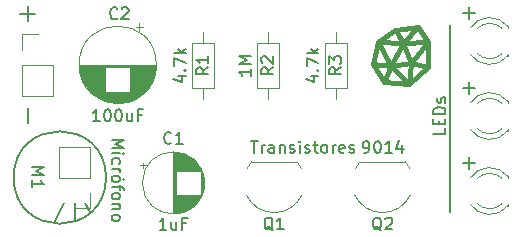
<source format=gbr>
G04 #@! TF.GenerationSoftware,KiCad,Pcbnew,(5.0.2)-1*
G04 #@! TF.CreationDate,2019-04-22T20:12:10-05:00*
G04 #@! TF.ProjectId,luz_audioritmica,6c757a5f-6175-4646-996f-7269746d6963,rev?*
G04 #@! TF.SameCoordinates,PX70bf868PY6c4a2b0*
G04 #@! TF.FileFunction,Legend,Top*
G04 #@! TF.FilePolarity,Positive*
%FSLAX46Y46*%
G04 Gerber Fmt 4.6, Leading zero omitted, Abs format (unit mm)*
G04 Created by KiCad (PCBNEW (5.0.2)-1) date 4/22/2019 8:12:10 PM*
%MOMM*%
%LPD*%
G01*
G04 APERTURE LIST*
%ADD10C,0.200000*%
%ADD11C,0.400000*%
%ADD12C,0.120000*%
%ADD13C,0.150000*%
G04 APERTURE END LIST*
D10*
X39752000Y6731000D02*
X39752000Y5715000D01*
X39244000Y6223000D02*
X40260000Y6223000D01*
X39752000Y13081000D02*
X39752000Y12065000D01*
X39244000Y12573000D02*
X40260000Y12573000D01*
X39244000Y18923000D02*
X40260000Y18923000D01*
X39763000Y19417600D02*
X39763000Y18401600D01*
X38212000Y17907000D02*
X38212000Y2032000D01*
D11*
X31669117Y14601607D02*
X33146563Y14435627D01*
X34910888Y14682326D02*
X36349674Y16456686D01*
X32070146Y16429000D02*
X34187768Y16340402D01*
X32070165Y16429014D02*
X33557244Y17476813D01*
X34221787Y16342195D02*
X35452570Y17729913D01*
X34660158Y12858105D02*
X34910887Y14682323D01*
X34910888Y14682326D02*
X36327378Y14350959D01*
X34187776Y16340385D02*
X34910887Y14682324D01*
X33146563Y14435627D02*
X32070141Y16428986D01*
X34187776Y16340385D02*
X36349674Y16456707D01*
X34910888Y14682323D02*
X33127487Y14436835D01*
X34187763Y16340388D02*
X33578716Y17474385D01*
X33146568Y14435614D02*
X34187763Y16340388D01*
X36349683Y16456693D02*
X36327388Y14350966D01*
X36327388Y14350966D02*
X34660173Y12858098D01*
X33146568Y14435617D02*
X34660145Y12858104D01*
X32582960Y13033291D02*
X33146568Y14435617D01*
X35452579Y17729899D02*
X36349683Y16456693D01*
X34660173Y12858098D02*
X32582938Y13033302D01*
X33578726Y17474368D02*
X35452579Y17729899D01*
X31669100Y14601607D02*
X32070165Y16429014D01*
X32582938Y13033302D02*
X31669100Y14601607D01*
D10*
X2425000Y10807000D02*
X2425000Y9537000D01*
X1790000Y18808000D02*
X3060000Y18808000D01*
X2425000Y19443000D02*
X2425000Y18173000D01*
X7271000Y2794000D02*
X7652000Y2032000D01*
X6382000Y2794000D02*
X6382000Y1397000D01*
X5493000Y2794000D02*
X4604000Y1143000D01*
X9049000Y4953000D02*
G75*
G03X9049000Y4953000I-3912342J0D01*
G01*
D12*
G04 #@! TO.C,~*
X1920000Y17090000D02*
X3250000Y17090000D01*
X1920000Y15760000D02*
X1920000Y17090000D01*
X1920000Y14490000D02*
X4580000Y14490000D01*
X4580000Y14490000D02*
X4580000Y11890000D01*
X1920000Y14490000D02*
X1920000Y11890000D01*
X1920000Y11890000D02*
X4580000Y11890000D01*
G04 #@! TO.C,C1*
X17370000Y4500000D02*
G75*
G03X17370000Y4500000I-2620000J0D01*
G01*
X14750000Y7080000D02*
X14750000Y1920000D01*
X14790000Y7080000D02*
X14790000Y1920000D01*
X14830000Y7079000D02*
X14830000Y1921000D01*
X14870000Y7078000D02*
X14870000Y1922000D01*
X14910000Y7076000D02*
X14910000Y1924000D01*
X14950000Y7073000D02*
X14950000Y1927000D01*
X14990000Y7069000D02*
X14990000Y5540000D01*
X14990000Y3460000D02*
X14990000Y1931000D01*
X15030000Y7065000D02*
X15030000Y5540000D01*
X15030000Y3460000D02*
X15030000Y1935000D01*
X15070000Y7061000D02*
X15070000Y5540000D01*
X15070000Y3460000D02*
X15070000Y1939000D01*
X15110000Y7056000D02*
X15110000Y5540000D01*
X15110000Y3460000D02*
X15110000Y1944000D01*
X15150000Y7050000D02*
X15150000Y5540000D01*
X15150000Y3460000D02*
X15150000Y1950000D01*
X15190000Y7043000D02*
X15190000Y5540000D01*
X15190000Y3460000D02*
X15190000Y1957000D01*
X15230000Y7036000D02*
X15230000Y5540000D01*
X15230000Y3460000D02*
X15230000Y1964000D01*
X15270000Y7028000D02*
X15270000Y5540000D01*
X15270000Y3460000D02*
X15270000Y1972000D01*
X15310000Y7020000D02*
X15310000Y5540000D01*
X15310000Y3460000D02*
X15310000Y1980000D01*
X15350000Y7011000D02*
X15350000Y5540000D01*
X15350000Y3460000D02*
X15350000Y1989000D01*
X15390000Y7001000D02*
X15390000Y5540000D01*
X15390000Y3460000D02*
X15390000Y1999000D01*
X15430000Y6991000D02*
X15430000Y5540000D01*
X15430000Y3460000D02*
X15430000Y2009000D01*
X15471000Y6980000D02*
X15471000Y5540000D01*
X15471000Y3460000D02*
X15471000Y2020000D01*
X15511000Y6968000D02*
X15511000Y5540000D01*
X15511000Y3460000D02*
X15511000Y2032000D01*
X15551000Y6955000D02*
X15551000Y5540000D01*
X15551000Y3460000D02*
X15551000Y2045000D01*
X15591000Y6942000D02*
X15591000Y5540000D01*
X15591000Y3460000D02*
X15591000Y2058000D01*
X15631000Y6928000D02*
X15631000Y5540000D01*
X15631000Y3460000D02*
X15631000Y2072000D01*
X15671000Y6914000D02*
X15671000Y5540000D01*
X15671000Y3460000D02*
X15671000Y2086000D01*
X15711000Y6898000D02*
X15711000Y5540000D01*
X15711000Y3460000D02*
X15711000Y2102000D01*
X15751000Y6882000D02*
X15751000Y5540000D01*
X15751000Y3460000D02*
X15751000Y2118000D01*
X15791000Y6865000D02*
X15791000Y5540000D01*
X15791000Y3460000D02*
X15791000Y2135000D01*
X15831000Y6848000D02*
X15831000Y5540000D01*
X15831000Y3460000D02*
X15831000Y2152000D01*
X15871000Y6829000D02*
X15871000Y5540000D01*
X15871000Y3460000D02*
X15871000Y2171000D01*
X15911000Y6810000D02*
X15911000Y5540000D01*
X15911000Y3460000D02*
X15911000Y2190000D01*
X15951000Y6790000D02*
X15951000Y5540000D01*
X15951000Y3460000D02*
X15951000Y2210000D01*
X15991000Y6768000D02*
X15991000Y5540000D01*
X15991000Y3460000D02*
X15991000Y2232000D01*
X16031000Y6747000D02*
X16031000Y5540000D01*
X16031000Y3460000D02*
X16031000Y2253000D01*
X16071000Y6724000D02*
X16071000Y5540000D01*
X16071000Y3460000D02*
X16071000Y2276000D01*
X16111000Y6700000D02*
X16111000Y5540000D01*
X16111000Y3460000D02*
X16111000Y2300000D01*
X16151000Y6675000D02*
X16151000Y5540000D01*
X16151000Y3460000D02*
X16151000Y2325000D01*
X16191000Y6649000D02*
X16191000Y5540000D01*
X16191000Y3460000D02*
X16191000Y2351000D01*
X16231000Y6622000D02*
X16231000Y5540000D01*
X16231000Y3460000D02*
X16231000Y2378000D01*
X16271000Y6595000D02*
X16271000Y5540000D01*
X16271000Y3460000D02*
X16271000Y2405000D01*
X16311000Y6565000D02*
X16311000Y5540000D01*
X16311000Y3460000D02*
X16311000Y2435000D01*
X16351000Y6535000D02*
X16351000Y5540000D01*
X16351000Y3460000D02*
X16351000Y2465000D01*
X16391000Y6504000D02*
X16391000Y5540000D01*
X16391000Y3460000D02*
X16391000Y2496000D01*
X16431000Y6471000D02*
X16431000Y5540000D01*
X16431000Y3460000D02*
X16431000Y2529000D01*
X16471000Y6437000D02*
X16471000Y5540000D01*
X16471000Y3460000D02*
X16471000Y2563000D01*
X16511000Y6401000D02*
X16511000Y5540000D01*
X16511000Y3460000D02*
X16511000Y2599000D01*
X16551000Y6364000D02*
X16551000Y5540000D01*
X16551000Y3460000D02*
X16551000Y2636000D01*
X16591000Y6326000D02*
X16591000Y5540000D01*
X16591000Y3460000D02*
X16591000Y2674000D01*
X16631000Y6285000D02*
X16631000Y5540000D01*
X16631000Y3460000D02*
X16631000Y2715000D01*
X16671000Y6243000D02*
X16671000Y5540000D01*
X16671000Y3460000D02*
X16671000Y2757000D01*
X16711000Y6199000D02*
X16711000Y5540000D01*
X16711000Y3460000D02*
X16711000Y2801000D01*
X16751000Y6153000D02*
X16751000Y5540000D01*
X16751000Y3460000D02*
X16751000Y2847000D01*
X16791000Y6105000D02*
X16791000Y5540000D01*
X16791000Y3460000D02*
X16791000Y2895000D01*
X16831000Y6054000D02*
X16831000Y5540000D01*
X16831000Y3460000D02*
X16831000Y2946000D01*
X16871000Y6000000D02*
X16871000Y5540000D01*
X16871000Y3460000D02*
X16871000Y3000000D01*
X16911000Y5943000D02*
X16911000Y5540000D01*
X16911000Y3460000D02*
X16911000Y3057000D01*
X16951000Y5883000D02*
X16951000Y5540000D01*
X16951000Y3460000D02*
X16951000Y3117000D01*
X16991000Y5819000D02*
X16991000Y5540000D01*
X16991000Y3460000D02*
X16991000Y3181000D01*
X17031000Y5751000D02*
X17031000Y5540000D01*
X17031000Y3460000D02*
X17031000Y3249000D01*
X17071000Y5678000D02*
X17071000Y3322000D01*
X17111000Y5598000D02*
X17111000Y3402000D01*
X17151000Y5511000D02*
X17151000Y3489000D01*
X17191000Y5415000D02*
X17191000Y3585000D01*
X17231000Y5305000D02*
X17231000Y3695000D01*
X17271000Y5177000D02*
X17271000Y3823000D01*
X17311000Y5018000D02*
X17311000Y3982000D01*
X17351000Y4784000D02*
X17351000Y4216000D01*
X11945225Y5975000D02*
X12445225Y5975000D01*
X12195225Y6225000D02*
X12195225Y5725000D01*
G04 #@! TO.C,C2*
X13315000Y14510000D02*
G75*
G03X13315000Y14510000I-3270000J0D01*
G01*
X13275000Y14510000D02*
X6815000Y14510000D01*
X13275000Y14470000D02*
X6815000Y14470000D01*
X13275000Y14430000D02*
X6815000Y14430000D01*
X13273000Y14390000D02*
X6817000Y14390000D01*
X13272000Y14350000D02*
X6818000Y14350000D01*
X13269000Y14310000D02*
X6821000Y14310000D01*
X13267000Y14270000D02*
X11085000Y14270000D01*
X9005000Y14270000D02*
X6823000Y14270000D01*
X13263000Y14230000D02*
X11085000Y14230000D01*
X9005000Y14230000D02*
X6827000Y14230000D01*
X13260000Y14190000D02*
X11085000Y14190000D01*
X9005000Y14190000D02*
X6830000Y14190000D01*
X13256000Y14150000D02*
X11085000Y14150000D01*
X9005000Y14150000D02*
X6834000Y14150000D01*
X13251000Y14110000D02*
X11085000Y14110000D01*
X9005000Y14110000D02*
X6839000Y14110000D01*
X13246000Y14070000D02*
X11085000Y14070000D01*
X9005000Y14070000D02*
X6844000Y14070000D01*
X13240000Y14030000D02*
X11085000Y14030000D01*
X9005000Y14030000D02*
X6850000Y14030000D01*
X13234000Y13990000D02*
X11085000Y13990000D01*
X9005000Y13990000D02*
X6856000Y13990000D01*
X13227000Y13950000D02*
X11085000Y13950000D01*
X9005000Y13950000D02*
X6863000Y13950000D01*
X13220000Y13910000D02*
X11085000Y13910000D01*
X9005000Y13910000D02*
X6870000Y13910000D01*
X13212000Y13870000D02*
X11085000Y13870000D01*
X9005000Y13870000D02*
X6878000Y13870000D01*
X13204000Y13830000D02*
X11085000Y13830000D01*
X9005000Y13830000D02*
X6886000Y13830000D01*
X13195000Y13789000D02*
X11085000Y13789000D01*
X9005000Y13789000D02*
X6895000Y13789000D01*
X13186000Y13749000D02*
X11085000Y13749000D01*
X9005000Y13749000D02*
X6904000Y13749000D01*
X13176000Y13709000D02*
X11085000Y13709000D01*
X9005000Y13709000D02*
X6914000Y13709000D01*
X13166000Y13669000D02*
X11085000Y13669000D01*
X9005000Y13669000D02*
X6924000Y13669000D01*
X13155000Y13629000D02*
X11085000Y13629000D01*
X9005000Y13629000D02*
X6935000Y13629000D01*
X13143000Y13589000D02*
X11085000Y13589000D01*
X9005000Y13589000D02*
X6947000Y13589000D01*
X13131000Y13549000D02*
X11085000Y13549000D01*
X9005000Y13549000D02*
X6959000Y13549000D01*
X13119000Y13509000D02*
X11085000Y13509000D01*
X9005000Y13509000D02*
X6971000Y13509000D01*
X13106000Y13469000D02*
X11085000Y13469000D01*
X9005000Y13469000D02*
X6984000Y13469000D01*
X13092000Y13429000D02*
X11085000Y13429000D01*
X9005000Y13429000D02*
X6998000Y13429000D01*
X13078000Y13389000D02*
X11085000Y13389000D01*
X9005000Y13389000D02*
X7012000Y13389000D01*
X13063000Y13349000D02*
X11085000Y13349000D01*
X9005000Y13349000D02*
X7027000Y13349000D01*
X13047000Y13309000D02*
X11085000Y13309000D01*
X9005000Y13309000D02*
X7043000Y13309000D01*
X13031000Y13269000D02*
X11085000Y13269000D01*
X9005000Y13269000D02*
X7059000Y13269000D01*
X13015000Y13229000D02*
X11085000Y13229000D01*
X9005000Y13229000D02*
X7075000Y13229000D01*
X12997000Y13189000D02*
X11085000Y13189000D01*
X9005000Y13189000D02*
X7093000Y13189000D01*
X12979000Y13149000D02*
X11085000Y13149000D01*
X9005000Y13149000D02*
X7111000Y13149000D01*
X12961000Y13109000D02*
X11085000Y13109000D01*
X9005000Y13109000D02*
X7129000Y13109000D01*
X12941000Y13069000D02*
X11085000Y13069000D01*
X9005000Y13069000D02*
X7149000Y13069000D01*
X12921000Y13029000D02*
X11085000Y13029000D01*
X9005000Y13029000D02*
X7169000Y13029000D01*
X12901000Y12989000D02*
X11085000Y12989000D01*
X9005000Y12989000D02*
X7189000Y12989000D01*
X12879000Y12949000D02*
X11085000Y12949000D01*
X9005000Y12949000D02*
X7211000Y12949000D01*
X12857000Y12909000D02*
X11085000Y12909000D01*
X9005000Y12909000D02*
X7233000Y12909000D01*
X12835000Y12869000D02*
X11085000Y12869000D01*
X9005000Y12869000D02*
X7255000Y12869000D01*
X12811000Y12829000D02*
X11085000Y12829000D01*
X9005000Y12829000D02*
X7279000Y12829000D01*
X12787000Y12789000D02*
X11085000Y12789000D01*
X9005000Y12789000D02*
X7303000Y12789000D01*
X12761000Y12749000D02*
X11085000Y12749000D01*
X9005000Y12749000D02*
X7329000Y12749000D01*
X12735000Y12709000D02*
X11085000Y12709000D01*
X9005000Y12709000D02*
X7355000Y12709000D01*
X12709000Y12669000D02*
X11085000Y12669000D01*
X9005000Y12669000D02*
X7381000Y12669000D01*
X12681000Y12629000D02*
X11085000Y12629000D01*
X9005000Y12629000D02*
X7409000Y12629000D01*
X12652000Y12589000D02*
X11085000Y12589000D01*
X9005000Y12589000D02*
X7438000Y12589000D01*
X12623000Y12549000D02*
X11085000Y12549000D01*
X9005000Y12549000D02*
X7467000Y12549000D01*
X12593000Y12509000D02*
X11085000Y12509000D01*
X9005000Y12509000D02*
X7497000Y12509000D01*
X12561000Y12469000D02*
X11085000Y12469000D01*
X9005000Y12469000D02*
X7529000Y12469000D01*
X12529000Y12429000D02*
X11085000Y12429000D01*
X9005000Y12429000D02*
X7561000Y12429000D01*
X12495000Y12389000D02*
X11085000Y12389000D01*
X9005000Y12389000D02*
X7595000Y12389000D01*
X12461000Y12349000D02*
X11085000Y12349000D01*
X9005000Y12349000D02*
X7629000Y12349000D01*
X12425000Y12309000D02*
X11085000Y12309000D01*
X9005000Y12309000D02*
X7665000Y12309000D01*
X12388000Y12269000D02*
X11085000Y12269000D01*
X9005000Y12269000D02*
X7702000Y12269000D01*
X12350000Y12229000D02*
X11085000Y12229000D01*
X9005000Y12229000D02*
X7740000Y12229000D01*
X12310000Y12189000D02*
X7780000Y12189000D01*
X12269000Y12149000D02*
X7821000Y12149000D01*
X12227000Y12109000D02*
X7863000Y12109000D01*
X12182000Y12069000D02*
X7908000Y12069000D01*
X12137000Y12029000D02*
X7953000Y12029000D01*
X12089000Y11989000D02*
X8001000Y11989000D01*
X12040000Y11949000D02*
X8050000Y11949000D01*
X11989000Y11909000D02*
X8101000Y11909000D01*
X11935000Y11869000D02*
X8155000Y11869000D01*
X11879000Y11829000D02*
X8211000Y11829000D01*
X11821000Y11789000D02*
X8269000Y11789000D01*
X11759000Y11749000D02*
X8331000Y11749000D01*
X11695000Y11709000D02*
X8395000Y11709000D01*
X11626000Y11669000D02*
X8464000Y11669000D01*
X11554000Y11629000D02*
X8536000Y11629000D01*
X11477000Y11589000D02*
X8613000Y11589000D01*
X11395000Y11549000D02*
X8695000Y11549000D01*
X11307000Y11509000D02*
X8783000Y11509000D01*
X11210000Y11469000D02*
X8880000Y11469000D01*
X11104000Y11429000D02*
X8986000Y11429000D01*
X10985000Y11389000D02*
X9105000Y11389000D01*
X10847000Y11349000D02*
X9243000Y11349000D01*
X10678000Y11309000D02*
X9412000Y11309000D01*
X10447000Y11269000D02*
X9643000Y11269000D01*
X11884000Y18010241D02*
X11884000Y17380241D01*
X12199000Y17695241D02*
X11569000Y17695241D01*
G04 #@! TO.C,~*
X39857665Y2731392D02*
G75*
G03X43090000Y2574484I1672335J1078608D01*
G01*
X39857665Y4888608D02*
G75*
G02X43090000Y5045516I1672335J-1078608D01*
G01*
X40488870Y2730163D02*
G75*
G03X42570961Y2730000I1041130J1079837D01*
G01*
X40488870Y4889837D02*
G75*
G02X42570961Y4890000I1041130J-1079837D01*
G01*
X43090000Y2574000D02*
X43090000Y2730000D01*
X43090000Y4890000D02*
X43090000Y5046000D01*
X43090000Y11240000D02*
X43090000Y11396000D01*
X43090000Y8924000D02*
X43090000Y9080000D01*
X40488870Y11239837D02*
G75*
G02X42570961Y11240000I1041130J-1079837D01*
G01*
X40488870Y9080163D02*
G75*
G03X42570961Y9080000I1041130J1079837D01*
G01*
X39857665Y11238608D02*
G75*
G02X43090000Y11395516I1672335J-1078608D01*
G01*
X39857665Y9081392D02*
G75*
G03X43090000Y8924484I1672335J1078608D01*
G01*
X39857665Y15431392D02*
G75*
G03X43090000Y15274484I1672335J1078608D01*
G01*
X39857665Y17588608D02*
G75*
G02X43090000Y17745516I1672335J-1078608D01*
G01*
X40488870Y15430163D02*
G75*
G03X42570961Y15430000I1041130J1079837D01*
G01*
X40488870Y17589837D02*
G75*
G02X42570961Y17590000I1041130J-1079837D01*
G01*
X43090000Y15274000D02*
X43090000Y15430000D01*
X43090000Y17590000D02*
X43090000Y17746000D01*
G04 #@! TO.C,M1*
X7712000Y7553000D02*
X5052000Y7553000D01*
X7712000Y4953000D02*
X7712000Y7553000D01*
X5052000Y4953000D02*
X5052000Y7553000D01*
X7712000Y4953000D02*
X5052000Y4953000D01*
X7712000Y3683000D02*
X7712000Y2353000D01*
X7712000Y2353000D02*
X6382000Y2353000D01*
G04 #@! TO.C,Q1*
X25225000Y6280000D02*
X21375000Y6280000D01*
X25607631Y5702045D02*
G75*
G03X25225000Y6280000I-2322631J-1122045D01*
G01*
X25641400Y3481193D02*
G75*
G02X23285000Y1980000I-2356400J1098807D01*
G01*
X20928600Y3481193D02*
G75*
G03X23285000Y1980000I2356400J1098807D01*
G01*
X20982617Y5692264D02*
G75*
G02X21375000Y6280000I2302383J-1112264D01*
G01*
G04 #@! TO.C,Q2*
X30157617Y5692264D02*
G75*
G02X30550000Y6280000I2302383J-1112264D01*
G01*
X30103600Y3481193D02*
G75*
G03X32460000Y1980000I2356400J1098807D01*
G01*
X34816400Y3481193D02*
G75*
G02X32460000Y1980000I-2356400J1098807D01*
G01*
X34782631Y5702045D02*
G75*
G03X34400000Y6280000I-2322631J-1122045D01*
G01*
X34400000Y6280000D02*
X30550000Y6280000D01*
G04 #@! TO.C,R1*
X18170000Y16360000D02*
X16330000Y16360000D01*
X16330000Y16360000D02*
X16330000Y12520000D01*
X16330000Y12520000D02*
X18170000Y12520000D01*
X18170000Y12520000D02*
X18170000Y16360000D01*
X17250000Y17310000D02*
X17250000Y16360000D01*
X17250000Y11570000D02*
X17250000Y12520000D01*
G04 #@! TO.C,R2*
X23670000Y16360000D02*
X21830000Y16360000D01*
X21830000Y16360000D02*
X21830000Y12520000D01*
X21830000Y12520000D02*
X23670000Y12520000D01*
X23670000Y12520000D02*
X23670000Y16360000D01*
X22750000Y17310000D02*
X22750000Y16360000D01*
X22750000Y11570000D02*
X22750000Y12520000D01*
G04 #@! TO.C,R3*
X28500000Y11570000D02*
X28500000Y12520000D01*
X28500000Y17310000D02*
X28500000Y16360000D01*
X29420000Y12520000D02*
X29420000Y16360000D01*
X27580000Y12520000D02*
X29420000Y12520000D01*
X27580000Y16360000D02*
X27580000Y12520000D01*
X29420000Y16360000D02*
X27580000Y16360000D01*
G04 #@! TO.C,~*
D13*
G04 #@! TO.C,C1*
X14583333Y7892858D02*
X14535714Y7845239D01*
X14392857Y7797620D01*
X14297619Y7797620D01*
X14154761Y7845239D01*
X14059523Y7940477D01*
X14011904Y8035715D01*
X13964285Y8226191D01*
X13964285Y8369048D01*
X14011904Y8559524D01*
X14059523Y8654762D01*
X14154761Y8750000D01*
X14297619Y8797620D01*
X14392857Y8797620D01*
X14535714Y8750000D01*
X14583333Y8702381D01*
X15535714Y7797620D02*
X14964285Y7797620D01*
X15250000Y7797620D02*
X15250000Y8797620D01*
X15154761Y8654762D01*
X15059523Y8559524D01*
X14964285Y8511905D01*
X14154761Y547620D02*
X13583333Y547620D01*
X13869047Y547620D02*
X13869047Y1547620D01*
X13773809Y1404762D01*
X13678571Y1309524D01*
X13583333Y1261905D01*
X15011904Y1214286D02*
X15011904Y547620D01*
X14583333Y1214286D02*
X14583333Y690477D01*
X14630952Y595239D01*
X14726190Y547620D01*
X14869047Y547620D01*
X14964285Y595239D01*
X15011904Y642858D01*
X15821428Y1071429D02*
X15488095Y1071429D01*
X15488095Y547620D02*
X15488095Y1547620D01*
X15964285Y1547620D01*
G04 #@! TO.C,C2*
X10005333Y18450858D02*
X9957714Y18403239D01*
X9814857Y18355620D01*
X9719619Y18355620D01*
X9576761Y18403239D01*
X9481523Y18498477D01*
X9433904Y18593715D01*
X9386285Y18784191D01*
X9386285Y18927048D01*
X9433904Y19117524D01*
X9481523Y19212762D01*
X9576761Y19308000D01*
X9719619Y19355620D01*
X9814857Y19355620D01*
X9957714Y19308000D01*
X10005333Y19260381D01*
X10386285Y19260381D02*
X10433904Y19308000D01*
X10529142Y19355620D01*
X10767238Y19355620D01*
X10862476Y19308000D01*
X10910095Y19260381D01*
X10957714Y19165143D01*
X10957714Y19069905D01*
X10910095Y18927048D01*
X10338666Y18355620D01*
X10957714Y18355620D01*
X8497380Y9719620D02*
X7925952Y9719620D01*
X8211666Y9719620D02*
X8211666Y10719620D01*
X8116428Y10576762D01*
X8021190Y10481524D01*
X7925952Y10433905D01*
X9116428Y10719620D02*
X9211666Y10719620D01*
X9306904Y10672000D01*
X9354523Y10624381D01*
X9402142Y10529143D01*
X9449761Y10338667D01*
X9449761Y10100572D01*
X9402142Y9910096D01*
X9354523Y9814858D01*
X9306904Y9767239D01*
X9211666Y9719620D01*
X9116428Y9719620D01*
X9021190Y9767239D01*
X8973571Y9814858D01*
X8925952Y9910096D01*
X8878333Y10100572D01*
X8878333Y10338667D01*
X8925952Y10529143D01*
X8973571Y10624381D01*
X9021190Y10672000D01*
X9116428Y10719620D01*
X10068809Y10719620D02*
X10164047Y10719620D01*
X10259285Y10672000D01*
X10306904Y10624381D01*
X10354523Y10529143D01*
X10402142Y10338667D01*
X10402142Y10100572D01*
X10354523Y9910096D01*
X10306904Y9814858D01*
X10259285Y9767239D01*
X10164047Y9719620D01*
X10068809Y9719620D01*
X9973571Y9767239D01*
X9925952Y9814858D01*
X9878333Y9910096D01*
X9830714Y10100572D01*
X9830714Y10338667D01*
X9878333Y10529143D01*
X9925952Y10624381D01*
X9973571Y10672000D01*
X10068809Y10719620D01*
X11259285Y10386286D02*
X11259285Y9719620D01*
X10830714Y10386286D02*
X10830714Y9862477D01*
X10878333Y9767239D01*
X10973571Y9719620D01*
X11116428Y9719620D01*
X11211666Y9767239D01*
X11259285Y9814858D01*
X12068809Y10243429D02*
X11735476Y10243429D01*
X11735476Y9719620D02*
X11735476Y10719620D01*
X12211666Y10719620D01*
G04 #@! TO.C,~*
X37775380Y9112381D02*
X37775380Y8636191D01*
X36775380Y8636191D01*
X37251571Y9445715D02*
X37251571Y9779048D01*
X37775380Y9921905D02*
X37775380Y9445715D01*
X36775380Y9445715D01*
X36775380Y9921905D01*
X37775380Y10350477D02*
X36775380Y10350477D01*
X36775380Y10588572D01*
X36823000Y10731429D01*
X36918238Y10826667D01*
X37013476Y10874286D01*
X37203952Y10921905D01*
X37346809Y10921905D01*
X37537285Y10874286D01*
X37632523Y10826667D01*
X37727761Y10731429D01*
X37775380Y10588572D01*
X37775380Y10350477D01*
X37727761Y11302858D02*
X37775380Y11398096D01*
X37775380Y11588572D01*
X37727761Y11683810D01*
X37632523Y11731429D01*
X37584904Y11731429D01*
X37489666Y11683810D01*
X37442047Y11588572D01*
X37442047Y11445715D01*
X37394428Y11350477D01*
X37299190Y11302858D01*
X37251571Y11302858D01*
X37156333Y11350477D01*
X37108714Y11445715D01*
X37108714Y11588572D01*
X37156333Y11683810D01*
G04 #@! TO.C,M1*
X2797619Y5809524D02*
X3797619Y5809524D01*
X3083333Y5476191D01*
X3797619Y5142858D01*
X2797619Y5142858D01*
X2797619Y4142858D02*
X2797619Y4714286D01*
X2797619Y4428572D02*
X3797619Y4428572D01*
X3654761Y4523810D01*
X3559523Y4619048D01*
X3511904Y4714286D01*
X9547619Y8154762D02*
X10547619Y8154762D01*
X9833333Y7821429D01*
X10547619Y7488096D01*
X9547619Y7488096D01*
X9547619Y7011905D02*
X10214285Y7011905D01*
X10547619Y7011905D02*
X10500000Y7059524D01*
X10452380Y7011905D01*
X10500000Y6964286D01*
X10547619Y7011905D01*
X10452380Y7011905D01*
X9595238Y6107143D02*
X9547619Y6202381D01*
X9547619Y6392858D01*
X9595238Y6488096D01*
X9642857Y6535715D01*
X9738095Y6583334D01*
X10023809Y6583334D01*
X10119047Y6535715D01*
X10166666Y6488096D01*
X10214285Y6392858D01*
X10214285Y6202381D01*
X10166666Y6107143D01*
X9547619Y5678572D02*
X10214285Y5678572D01*
X10023809Y5678572D02*
X10119047Y5630953D01*
X10166666Y5583334D01*
X10214285Y5488096D01*
X10214285Y5392858D01*
X9547619Y4916667D02*
X9595238Y5011905D01*
X9642857Y5059524D01*
X9738095Y5107143D01*
X10023809Y5107143D01*
X10119047Y5059524D01*
X10166666Y5011905D01*
X10214285Y4916667D01*
X10214285Y4773810D01*
X10166666Y4678572D01*
X10119047Y4630953D01*
X10023809Y4583334D01*
X9738095Y4583334D01*
X9642857Y4630953D01*
X9595238Y4678572D01*
X9547619Y4773810D01*
X9547619Y4916667D01*
X10595238Y4726191D02*
X10452380Y4869048D01*
X10214285Y4297620D02*
X10214285Y3916667D01*
X9547619Y4154762D02*
X10404761Y4154762D01*
X10500000Y4107143D01*
X10547619Y4011905D01*
X10547619Y3916667D01*
X9547619Y3440477D02*
X9595238Y3535715D01*
X9642857Y3583334D01*
X9738095Y3630953D01*
X10023809Y3630953D01*
X10119047Y3583334D01*
X10166666Y3535715D01*
X10214285Y3440477D01*
X10214285Y3297620D01*
X10166666Y3202381D01*
X10119047Y3154762D01*
X10023809Y3107143D01*
X9738095Y3107143D01*
X9642857Y3154762D01*
X9595238Y3202381D01*
X9547619Y3297620D01*
X9547619Y3440477D01*
X10214285Y2678572D02*
X9547619Y2678572D01*
X10119047Y2678572D02*
X10166666Y2630953D01*
X10214285Y2535715D01*
X10214285Y2392858D01*
X10166666Y2297620D01*
X10071428Y2250000D01*
X9547619Y2250000D01*
X9547619Y1630953D02*
X9595238Y1726191D01*
X9642857Y1773810D01*
X9738095Y1821429D01*
X10023809Y1821429D01*
X10119047Y1773810D01*
X10166666Y1726191D01*
X10214285Y1630953D01*
X10214285Y1488096D01*
X10166666Y1392858D01*
X10119047Y1345239D01*
X10023809Y1297620D01*
X9738095Y1297620D01*
X9642857Y1345239D01*
X9595238Y1392858D01*
X9547619Y1488096D01*
X9547619Y1630953D01*
G04 #@! TO.C,Q1*
X23189761Y472381D02*
X23094523Y520000D01*
X22999285Y615239D01*
X22856428Y758096D01*
X22761190Y805715D01*
X22665952Y805715D01*
X22713571Y567620D02*
X22618333Y615239D01*
X22523095Y710477D01*
X22475476Y900953D01*
X22475476Y1234286D01*
X22523095Y1424762D01*
X22618333Y1520000D01*
X22713571Y1567620D01*
X22904047Y1567620D01*
X22999285Y1520000D01*
X23094523Y1424762D01*
X23142142Y1234286D01*
X23142142Y900953D01*
X23094523Y710477D01*
X22999285Y615239D01*
X22904047Y567620D01*
X22713571Y567620D01*
X24094523Y567620D02*
X23523095Y567620D01*
X23808809Y567620D02*
X23808809Y1567620D01*
X23713571Y1424762D01*
X23618333Y1329524D01*
X23523095Y1281905D01*
X21321428Y8048620D02*
X21892857Y8048620D01*
X21607142Y7048620D02*
X21607142Y8048620D01*
X22226190Y7048620D02*
X22226190Y7715286D01*
X22226190Y7524810D02*
X22273809Y7620048D01*
X22321428Y7667667D01*
X22416666Y7715286D01*
X22511904Y7715286D01*
X23273809Y7048620D02*
X23273809Y7572429D01*
X23226190Y7667667D01*
X23130952Y7715286D01*
X22940476Y7715286D01*
X22845238Y7667667D01*
X23273809Y7096239D02*
X23178571Y7048620D01*
X22940476Y7048620D01*
X22845238Y7096239D01*
X22797619Y7191477D01*
X22797619Y7286715D01*
X22845238Y7381953D01*
X22940476Y7429572D01*
X23178571Y7429572D01*
X23273809Y7477191D01*
X23750000Y7715286D02*
X23750000Y7048620D01*
X23750000Y7620048D02*
X23797619Y7667667D01*
X23892857Y7715286D01*
X24035714Y7715286D01*
X24130952Y7667667D01*
X24178571Y7572429D01*
X24178571Y7048620D01*
X24607142Y7096239D02*
X24702380Y7048620D01*
X24892857Y7048620D01*
X24988095Y7096239D01*
X25035714Y7191477D01*
X25035714Y7239096D01*
X24988095Y7334334D01*
X24892857Y7381953D01*
X24750000Y7381953D01*
X24654761Y7429572D01*
X24607142Y7524810D01*
X24607142Y7572429D01*
X24654761Y7667667D01*
X24750000Y7715286D01*
X24892857Y7715286D01*
X24988095Y7667667D01*
X25464285Y7048620D02*
X25464285Y7715286D01*
X25464285Y8048620D02*
X25416666Y8001000D01*
X25464285Y7953381D01*
X25511904Y8001000D01*
X25464285Y8048620D01*
X25464285Y7953381D01*
X25892857Y7096239D02*
X25988095Y7048620D01*
X26178571Y7048620D01*
X26273809Y7096239D01*
X26321428Y7191477D01*
X26321428Y7239096D01*
X26273809Y7334334D01*
X26178571Y7381953D01*
X26035714Y7381953D01*
X25940476Y7429572D01*
X25892857Y7524810D01*
X25892857Y7572429D01*
X25940476Y7667667D01*
X26035714Y7715286D01*
X26178571Y7715286D01*
X26273809Y7667667D01*
X26607142Y7715286D02*
X26988095Y7715286D01*
X26750000Y8048620D02*
X26750000Y7191477D01*
X26797619Y7096239D01*
X26892857Y7048620D01*
X26988095Y7048620D01*
X27464285Y7048620D02*
X27369047Y7096239D01*
X27321428Y7143858D01*
X27273809Y7239096D01*
X27273809Y7524810D01*
X27321428Y7620048D01*
X27369047Y7667667D01*
X27464285Y7715286D01*
X27607142Y7715286D01*
X27702380Y7667667D01*
X27750000Y7620048D01*
X27797619Y7524810D01*
X27797619Y7239096D01*
X27750000Y7143858D01*
X27702380Y7096239D01*
X27607142Y7048620D01*
X27464285Y7048620D01*
X28226190Y7048620D02*
X28226190Y7715286D01*
X28226190Y7524810D02*
X28273809Y7620048D01*
X28321428Y7667667D01*
X28416666Y7715286D01*
X28511904Y7715286D01*
X29226190Y7096239D02*
X29130952Y7048620D01*
X28940476Y7048620D01*
X28845238Y7096239D01*
X28797619Y7191477D01*
X28797619Y7572429D01*
X28845238Y7667667D01*
X28940476Y7715286D01*
X29130952Y7715286D01*
X29226190Y7667667D01*
X29273809Y7572429D01*
X29273809Y7477191D01*
X28797619Y7381953D01*
X29654761Y7096239D02*
X29750000Y7048620D01*
X29940476Y7048620D01*
X30035714Y7096239D01*
X30083333Y7191477D01*
X30083333Y7239096D01*
X30035714Y7334334D01*
X29940476Y7381953D01*
X29797619Y7381953D01*
X29702380Y7429572D01*
X29654761Y7524810D01*
X29654761Y7572429D01*
X29702380Y7667667D01*
X29797619Y7715286D01*
X29940476Y7715286D01*
X30035714Y7667667D01*
G04 #@! TO.C,Q2*
X32364761Y472381D02*
X32269523Y520000D01*
X32174285Y615239D01*
X32031428Y758096D01*
X31936190Y805715D01*
X31840952Y805715D01*
X31888571Y567620D02*
X31793333Y615239D01*
X31698095Y710477D01*
X31650476Y900953D01*
X31650476Y1234286D01*
X31698095Y1424762D01*
X31793333Y1520000D01*
X31888571Y1567620D01*
X32079047Y1567620D01*
X32174285Y1520000D01*
X32269523Y1424762D01*
X32317142Y1234286D01*
X32317142Y900953D01*
X32269523Y710477D01*
X32174285Y615239D01*
X32079047Y567620D01*
X31888571Y567620D01*
X32698095Y1472381D02*
X32745714Y1520000D01*
X32840952Y1567620D01*
X33079047Y1567620D01*
X33174285Y1520000D01*
X33221904Y1472381D01*
X33269523Y1377143D01*
X33269523Y1281905D01*
X33221904Y1139048D01*
X32650476Y567620D01*
X33269523Y567620D01*
X30880952Y7047620D02*
X31071428Y7047620D01*
X31166666Y7095239D01*
X31214285Y7142858D01*
X31309523Y7285715D01*
X31357142Y7476191D01*
X31357142Y7857143D01*
X31309523Y7952381D01*
X31261904Y8000000D01*
X31166666Y8047620D01*
X30976190Y8047620D01*
X30880952Y8000000D01*
X30833333Y7952381D01*
X30785714Y7857143D01*
X30785714Y7619048D01*
X30833333Y7523810D01*
X30880952Y7476191D01*
X30976190Y7428572D01*
X31166666Y7428572D01*
X31261904Y7476191D01*
X31309523Y7523810D01*
X31357142Y7619048D01*
X31976190Y8047620D02*
X32071428Y8047620D01*
X32166666Y8000000D01*
X32214285Y7952381D01*
X32261904Y7857143D01*
X32309523Y7666667D01*
X32309523Y7428572D01*
X32261904Y7238096D01*
X32214285Y7142858D01*
X32166666Y7095239D01*
X32071428Y7047620D01*
X31976190Y7047620D01*
X31880952Y7095239D01*
X31833333Y7142858D01*
X31785714Y7238096D01*
X31738095Y7428572D01*
X31738095Y7666667D01*
X31785714Y7857143D01*
X31833333Y7952381D01*
X31880952Y8000000D01*
X31976190Y8047620D01*
X33261904Y7047620D02*
X32690476Y7047620D01*
X32976190Y7047620D02*
X32976190Y8047620D01*
X32880952Y7904762D01*
X32785714Y7809524D01*
X32690476Y7761905D01*
X34119047Y7714286D02*
X34119047Y7047620D01*
X33880952Y8095239D02*
X33642857Y7380953D01*
X34261904Y7380953D01*
G04 #@! TO.C,R1*
X17702380Y14273334D02*
X17226190Y13940000D01*
X17702380Y13701905D02*
X16702380Y13701905D01*
X16702380Y14082858D01*
X16750000Y14178096D01*
X16797619Y14225715D01*
X16892857Y14273334D01*
X17035714Y14273334D01*
X17130952Y14225715D01*
X17178571Y14178096D01*
X17226190Y14082858D01*
X17226190Y13701905D01*
X17702380Y15225715D02*
X17702380Y14654286D01*
X17702380Y14940000D02*
X16702380Y14940000D01*
X16845238Y14844762D01*
X16940476Y14749524D01*
X16988095Y14654286D01*
X15115714Y13511429D02*
X15782380Y13511429D01*
X14734761Y13273334D02*
X15449047Y13035239D01*
X15449047Y13654286D01*
X15687142Y14035239D02*
X15734761Y14082858D01*
X15782380Y14035239D01*
X15734761Y13987620D01*
X15687142Y14035239D01*
X15782380Y14035239D01*
X14782380Y14416191D02*
X14782380Y15082858D01*
X15782380Y14654286D01*
X15782380Y15463810D02*
X14782380Y15463810D01*
X15401428Y15559048D02*
X15782380Y15844762D01*
X15115714Y15844762D02*
X15496666Y15463810D01*
G04 #@! TO.C,R2*
X23202380Y14273334D02*
X22726190Y13940000D01*
X23202380Y13701905D02*
X22202380Y13701905D01*
X22202380Y14082858D01*
X22250000Y14178096D01*
X22297619Y14225715D01*
X22392857Y14273334D01*
X22535714Y14273334D01*
X22630952Y14225715D01*
X22678571Y14178096D01*
X22726190Y14082858D01*
X22726190Y13701905D01*
X22297619Y14654286D02*
X22250000Y14701905D01*
X22202380Y14797143D01*
X22202380Y15035239D01*
X22250000Y15130477D01*
X22297619Y15178096D01*
X22392857Y15225715D01*
X22488095Y15225715D01*
X22630952Y15178096D01*
X23202380Y14606667D01*
X23202380Y15225715D01*
X21282380Y14154286D02*
X21282380Y13582858D01*
X21282380Y13868572D02*
X20282380Y13868572D01*
X20425238Y13773334D01*
X20520476Y13678096D01*
X20568095Y13582858D01*
X21282380Y14582858D02*
X20282380Y14582858D01*
X20996666Y14916191D01*
X20282380Y15249524D01*
X21282380Y15249524D01*
G04 #@! TO.C,R3*
X28952380Y14273334D02*
X28476190Y13940000D01*
X28952380Y13701905D02*
X27952380Y13701905D01*
X27952380Y14082858D01*
X28000000Y14178096D01*
X28047619Y14225715D01*
X28142857Y14273334D01*
X28285714Y14273334D01*
X28380952Y14225715D01*
X28428571Y14178096D01*
X28476190Y14082858D01*
X28476190Y13701905D01*
X27952380Y14606667D02*
X27952380Y15225715D01*
X28333333Y14892381D01*
X28333333Y15035239D01*
X28380952Y15130477D01*
X28428571Y15178096D01*
X28523809Y15225715D01*
X28761904Y15225715D01*
X28857142Y15178096D01*
X28904761Y15130477D01*
X28952380Y15035239D01*
X28952380Y14749524D01*
X28904761Y14654286D01*
X28857142Y14606667D01*
X26365714Y13511429D02*
X27032380Y13511429D01*
X25984761Y13273334D02*
X26699047Y13035239D01*
X26699047Y13654286D01*
X26937142Y14035239D02*
X26984761Y14082858D01*
X27032380Y14035239D01*
X26984761Y13987620D01*
X26937142Y14035239D01*
X27032380Y14035239D01*
X26032380Y14416191D02*
X26032380Y15082858D01*
X27032380Y14654286D01*
X27032380Y15463810D02*
X26032380Y15463810D01*
X26651428Y15559048D02*
X27032380Y15844762D01*
X26365714Y15844762D02*
X26746666Y15463810D01*
G04 #@! TD*
M02*

</source>
